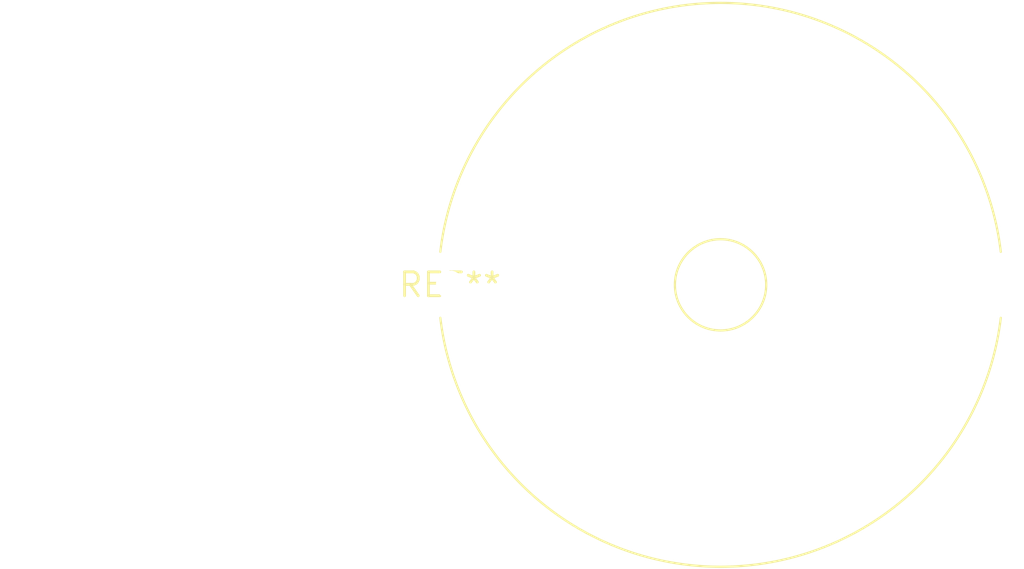
<source format=kicad_pcb>
(kicad_pcb (version 20240108) (generator pcbnew)
  (layers (0 "F.Cu" signal) (31 "B.Cu" signal) (34 "B.Paste" user) (35 "F.Paste" user) (36 "B.SilkS" user "B.Silkscreen") (37 "F.SilkS" user "F.Silkscreen") (38 "B.Mask" user) (39 "F.Mask" user) (44 "Edge.Cuts" user))
  (net 0 "")
  (footprint "L_Radial_D29.8mm_P28.80mm_Murata_1400series" (layer "F.Cu") (at 0 0)
    (property "Reference" "REF**")
    (property "Value" "L_Radial_D29.8mm_P28.80mm_Murata_1400series")
    (fp_arc (start -0.516528 -1.76) (mid 14.4 -15.02) (end 29.316528 -1.76) (layer "F.SilkS") (stroke (width 0.12)))
    (fp_arc (start 29.316528 1.76) (mid 14.4 15.02) (end -0.516528 1.76) (layer "F.SilkS") (stroke (width 0.12)))
    (fp_circle (center 14.4 0) (end 16.83 0) (layer "F.SilkS") (stroke (width 0.12)) (fill none))
    (pad "1" thru_hole circle (at 0 0) (size 3 3) (drill 1.5) (layers *.Cu *.Mask) (remove_unused_layers))
    (pad "2" thru_hole circle (at 28.8 0) (size 3 3) (drill 1.5) (layers *.Cu *.Mask) (remove_unused_layers))
  )
)
</source>
